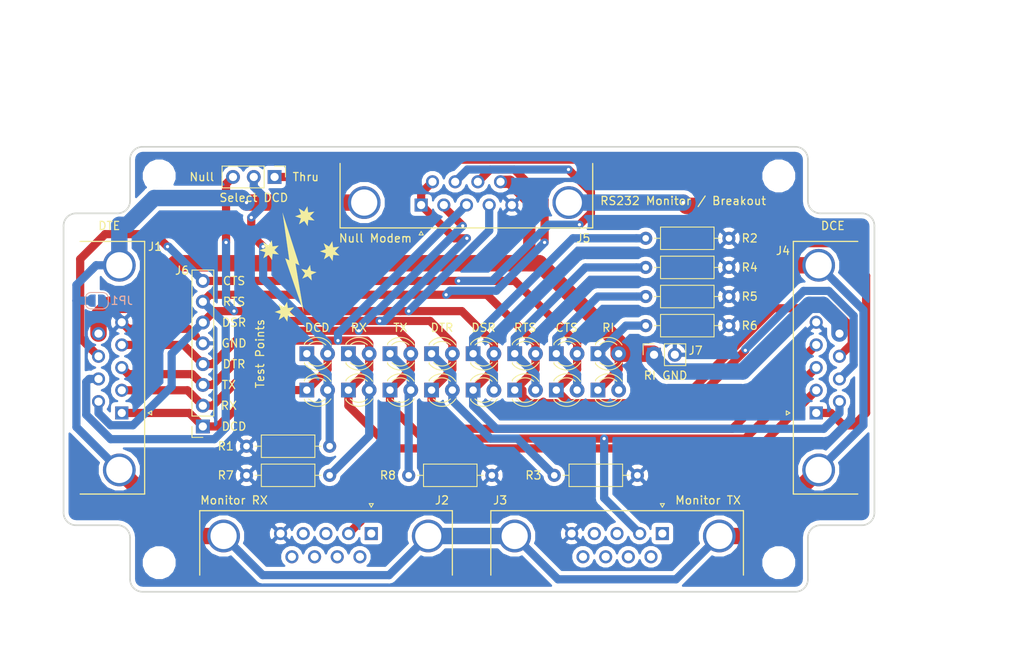
<source format=kicad_pcb>
(kicad_pcb (version 20240108) (generator "pcbnew") (generator_version "8.0")
  (layers (0 "F.Cu" signal) (31 "B.Cu" signal) (34 "B.Paste" user) (35 "F.Paste" user) (36 "B.SilkS" user "B.Silkscreen") (37 "F.SilkS" user "F.Silkscreen") (38 "B.Mask" user) (39 "F.Mask" user) (44 "Edge.Cuts" user))
  (net 0 "")
  (net 1 "GND")
  (net 2 "DCD")
  (net 3 "DSR")
  (net 4 "RTS")
  (net 5 "Net-(D1-Pad1)")
  (net 6 "Net-(D3-Pad1)")
  (net 7 "Net-(D5-Pad1)")
  (net 8 "DTR")
  (net 9 "Net-(D7-Pad1)")
  (net 10 "Net-(D10-Pad2)")
  (net 11 "CTS")
  (net 12 "Net-(D11-Pad1)")
  (net 13 "RI")
  (net 14 "Net-(D13-Pad1)")
  (net 15 "RX")
  (net 16 "Net-(D15-Pad1)")
  (net 17 "TX")
  (net 18 "Net-(J4-Pad1)")
  (net 19 "Earth")
  (footprint "LED_THT:LED_D3.0mm" (layer "F.Cu") (at 92.71 98.425)
    (property "Reference" "D1" (hide yes))
    (property "Value" "RED")
  )
  (footprint "LED_THT:LED_D3.0mm" (layer "F.Cu") (at 92.71 102.87)
    (property "Reference" "D2" (hide yes))
    (property "Value" "GRN")
  )
  (footprint "LED_THT:LED_D3.0mm" (layer "F.Cu") (at 113.03 98.425)
    (property "Reference" "D3" (hide yes))
    (property "Value" "RED")
  )
  (footprint "LED_THT:LED_D3.0mm" (layer "F.Cu") (at 113.03 102.87)
    (property "Reference" "D4" (hide yes))
    (property "Value" "GRN")
  )
  (footprint "LED_THT:LED_D3.0mm" (layer "F.Cu") (at 107.95 98.425)
    (property "Reference" "D5" (hide yes))
    (property "Value" "RED")
  )
  (footprint "LED_THT:LED_D3.0mm" (layer "F.Cu") (at 107.95 102.87)
    (property "Reference" "D6" (hide yes))
    (property "Value" "GRN")
  )
  (footprint "RS232ExtraFootprints:DSUB-9_Female_Horizontal_P2.77x2.84mm_EdgePinOffset4.94mm_Housed_MountingHolesOffset7.48mm" (layer "F.Cu") (at 70.104 105.664 -90)
    (property "Reference" "J1")
    (property "Value" "DB9 Female")
  )
  (footprint "RS232ExtraFootprints:DSUB-9_Female_Horizontal_P2.77x2.84mm_EdgePinOffset4.94mm_Housed_MountingHolesOffset7.48mm" (layer "F.Cu") (at 100.584 120.396)
    (property "Reference" "J2")
    (property "Value" "DB9 Female (Monitor RX)")
  )
  (footprint "RS232ExtraFootprints:DSUB-9_Female_Horizontal_P2.77x2.84mm_EdgePinOffset4.94mm_Housed_MountingHolesOffset7.48mm" (layer "F.Cu") (at 136.144 120.396)
    (property "Reference" "J3")
    (property "Value" "DB9 Female (Monitor TX)")
  )
  (footprint "RS232ExtraFootprints:DSUB-9_Male_Horizontal_P2.77x2.84mm_EdgePinOffset4.94mm_Housed_MountingHolesOffset7.48mm" (layer "F.Cu") (at 154.94 105.664 90)
    (property "Reference" "J4")
    (property "Value" "DB9 Male")
  )
  (footprint "RS232ExtraFootprints:DSUB-9_Female_Horizontal_P2.77x2.84mm_EdgePinOffset4.94mm_Housed_MountingHolesOffset7.48mm" (layer "F.Cu") (at 106.68 80.264 180)
    (property "Reference" "J5")
    (property "Value" "DB9 Female (Null Modem)")
  )
  (footprint "Connector_PinHeader_2.54mm:PinHeader_1x03_P2.54mm_Vertical" (layer "F.Cu") (at 88.773 76.835 -90)
    (property "Reference" "SW1" (hide yes))
    (property "Value" "DCD Modem Type")
  )
  (footprint "LED_THT:LED_D3.0mm" (layer "F.Cu") (at 118.11 98.425)
    (property "Reference" "D7" (hide yes))
    (property "Value" "RED")
  )
  (footprint "LED_THT:LED_D3.0mm" (layer "F.Cu") (at 118.11 102.87)
    (property "Reference" "D8" (hide yes))
    (property "Value" "GRN")
  )
  (footprint "LED_THT:LED_D3.0mm" (layer "F.Cu") (at 123.19 98.425)
    (property "Reference" "D9" (hide yes))
    (property "Value" "RED")
  )
  (footprint "LED_THT:LED_D3.0mm" (layer "F.Cu") (at 123.19 102.87)
    (property "Reference" "D10" (hide yes))
    (property "Value" "GRN")
  )
  (footprint "LED_THT:LED_D3.0mm" (layer "F.Cu") (at 128.27 98.425)
    (property "Reference" "D11" (hide yes))
    (property "Value" "RED")
  )
  (footprint "LED_THT:LED_D3.0mm" (layer "F.Cu") (at 128.27 102.87)
    (property "Reference" "D12" (hide yes))
    (property "Value" "GRN")
  )
  (footprint "LED_THT:LED_D3.0mm" (layer "F.Cu") (at 97.79 98.425)
    (property "Reference" "D13" (hide yes))
    (property "Value" "RED")
  )
  (footprint "LED_THT:LED_D3.0mm" (layer "F.Cu") (at 97.79 102.87)
    (property "Reference" "D14" (hide yes))
    (property "Value" "GRN")
  )
  (footprint "LED_THT:LED_D3.0mm" (layer "F.Cu") (at 102.87 98.425)
    (property "Reference" "D15" (hide yes))
    (property "Value" "RED")
  )
  (footprint "LED_THT:LED_D3.0mm" (layer "F.Cu") (at 102.87 102.87)
    (property "Reference" "D16" (hide yes))
    (property "Value" "GRN")
  )
  (footprint "Connector_PinSocket_2.54mm:PinSocket_1x02_P2.54mm_Vertical" (layer "F.Cu") (at 135.128 98.552 90)
    (property "Reference" "J7")
    (property "Value" "RI Voltage")
  )
  (footprint "Resistor_THT:R_Axial_DIN0207_L6.3mm_D2.5mm_P10.16mm_Horizontal" (layer "F.Cu") (at 85.344 109.728)
    (property "Reference" "R1")
    (property "Value" "1K2")
  )
  (footprint "Resistor_THT:R_Axial_DIN0207_L6.3mm_D2.5mm_P10.16mm_Horizontal" (layer "F.Cu") (at 144.272 84.328 180)
    (property "Reference" "R2")
    (property "Value" "1K2")
  )
  (footprint "Resistor_THT:R_Axial_DIN0207_L6.3mm_D2.5mm_P10.16mm_Horizontal" (layer "F.Cu") (at 133.096 113.284 180)
    (property "Reference" "R3")
    (property "Value" "1K2")
  )
  (footprint "Resistor_THT:R_Axial_DIN0207_L6.3mm_D2.5mm_P10.16mm_Horizontal" (layer "F.Cu") (at 144.272 87.884 180)
    (property "Reference" "R4")
    (property "Value" "1K2")
  )
  (footprint "Resistor_THT:R_Axial_DIN0207_L6.3mm_D2.5mm_P10.16mm_Horizontal" (layer "F.Cu") (at 144.272 91.44 180)
    (property "Reference" "R5")
    (property "Value" "1K2")
  )
  (footprint "Resistor_THT:R_Axial_DIN0207_L6.3mm_D2.5mm_P10.16mm_Horizontal" (layer "F.Cu") (at 144.272 94.996 180)
    (property "Reference" "R6")
    (property "Value" "1K2")
  )
  (footprint "Resistor_THT:R_Axial_DIN0207_L6.3mm_D2.5mm_P10.16mm_Horizontal" (layer "F.Cu") (at 115.316 113.284 180)
    (property "Reference" "R8")
    (property "Value" "1K2")
  )
  (footprint "Resistor_THT:R_Axial_DIN0207_L6.3mm_D2.5mm_P10.16mm_Horizontal" (layer "F.Cu") (at 85.344 113.284)
    (property "Reference" "R7")
    (property "Value" "1K2")
  )
  (footprint "MountingHole:MountingHole_3mm" (layer "F.Cu") (at 74.676 76.708)
    (property "Reference" "H1" (hide yes))
    (property "Value" "3mm" (hide yes))
  )
  (footprint "MountingHole:MountingHole_3mm" (layer "F.Cu") (at 150.368 76.708)
    (property "Reference" "H2" (hide yes))
    (property "Value" "3mm" (hide yes))
  )
  (footprint "MountingHole:MountingHole_3mm" (layer "F.Cu") (at 150.368 123.952)
    (property "Reference" "H3" (hide yes))
    (property "Value" "3mm" (hide yes))
  )
  (footprint "MountingHole:MountingHole_3mm" (layer "F.Cu") (at 74.676 123.952)
    (property "Reference" "H4" (hide yes))
    (property "Value" "3mm" (hide yes))
  )
  (footprint "Connector_PinSocket_2.54mm:PinSocket_1x08_P2.54mm_Vertical" (layer "F.Cu") (at 80.01 107.315 180)
    (property "Reference" "J6")
    (property "Value" "Test Points")
  )
  (footprint "RS232ExtraFootprints:Logo_Southern_Storm" (layer "F.Cu") (at 91.44 78.74)
    (property "Reference" "LOGO1" (hide yes))
    (property "Value" "Southern_Storm_Logo" (hide yes))
  )
  (footprint "Jumper:SolderJumper-2_P1.3mm_Open_RoundedPad1.0x1.5mm" (layer "B.Cu") (at 67.056 91.948)
    (property "Reference" "JP1")
    (property "Value" "Connect GNDs")
  )
  (gr_arc (start 160.528 81.28) (mid 161.605631 81.726369) (end 162.052 82.804) (stroke (width 0.2)) (layer "Edge.Cuts"))
  (gr_arc (start 155.448 81.28) (mid 154.370369 80.833631) (end 153.924 79.756) (stroke (width 0.2)) (layer "Edge.Cuts"))
  (gr_arc (start 153.924 120.904) (mid 154.370369 119.826369) (end 155.448 119.38) (stroke (width 0.2)) (layer "Edge.Cuts"))
  (gr_arc (start 153.924 125.984) (mid 153.477631 127.061631) (end 152.4 127.508) (stroke (width 0.2)) (layer "Edge.Cuts"))
  (gr_arc (start 162.052 117.856) (mid 161.605631 118.933631) (end 160.528 119.38) (stroke (width 0.2)) (layer "Edge.Cuts"))
  (gr_arc (start 69.596 119.38) (mid 70.673631 119.826369) (end 71.12 120.904) (stroke (width 0.2)) (layer "Edge.Cuts"))
  (gr_arc (start 72.644 127.508) (mid 71.566369 127.061631) (end 71.12 125.984) (stroke (width 0.2)) (layer "Edge.Cuts"))
  (gr_arc (start 64.516 119.38) (mid 63.438369 118.933631) (end 62.992 117.856) (stroke (width 0.2)) (layer "Edge.Cuts"))
  (gr_arc (start 62.992 82.804) (mid 63.438369 81.726369) (end 64.516 81.28) (stroke (width 0.2)) (layer "Edge.Cuts"))
  (gr_arc (start 71.12 74.676) (mid 71.566369 73.598369) (end 72.644 73.152) (stroke (width 0.2)) (layer "Edge.Cuts"))
  (gr_line (start 71.12 125.984) (end 71.12 120.904) (stroke (width 0.2)) (layer "Edge.Cuts"))
  (gr_line (start 62.992 117.856) (end 62.992 82.804) (stroke (width 0.2)) (layer "Edge.Cuts"))
  (gr_arc (start 152.4 73.152) (mid 153.477631 73.598369) (end 153.924 74.676) (stroke (width 0.2)) (layer "Edge.Cuts"))
  (gr_line (start 152.4 127.508) (end 72.644 127.508) (stroke (width 0.2)) (layer "Edge.Cuts"))
  (gr_line (start 71.12 79.756) (end 71.12 74.676) (stroke (width 0.2)) (layer "Edge.Cuts"))
  (gr_line (start 160.528 119.38) (end 155.448 119.38) (stroke (width 0.2)) (layer "Edge.Cuts"))
  (gr_line (start 162.052 82.804) (end 162.052 117.856) (stroke (width 0.2)) (layer "Edge.Cuts"))
  (gr_arc (start 71.12 79.756) (mid 70.673631 80.833631) (end 69.596 81.28) (stroke (width 0.2)) (layer "Edge.Cuts"))
  (gr_line (start 155.448 81.28) (end 160.528 81.28) (stroke (width 0.2)) (layer "Edge.Cuts"))
  (gr_line (start 64.516 81.28) (end 69.596 81.28) (stroke (width 0.2)) (layer "Edge.Cuts"))
  (gr_line (start 72.644 73.152) (end 152.4 73.152) (stroke (width 0.2)) (layer "Edge.Cuts"))
  (gr_line (start 69.596 119.38) (end 64.516 119.38) (stroke (width 0.2)) (layer "Edge.Cuts"))
  (gr_line (start 153.924 74.676) (end 153.924 79.756) (stroke (width 0.2)) (layer "Edge.Cuts"))
  (gr_line (start 153.924 120.904) (end 153.924 125.984) (stroke (width 0.2)) (layer "Edge.Cuts"))
  (gr_text "DCE" (at 156.972 82.804 0) (layer "F.SilkS") (effects (font (size 1 1))))
  (gr_text "Thru" (at 92.583 76.835 0) (layer "F.SilkS") (effects (font (size 1 1))))
  (gr_text "RS232 Monitor / Breakout" (at 138.684 79.756 0) (layer "F.SilkS") (effects (font (size 1 1))))
  (gr_text "RX" (at 99.06 95.25 0) (layer "F.SilkS") (effects (font (size 1 1))))
  (gr_text "TX" (at 104.14 95.25 0) (layer "F.SilkS") (effects (font (size 1 1))))
  (gr_text "DTR" (at 109.22 95.25 0) (layer "F.SilkS") (effects (font (size 1 1))))
  (gr_text "DSR" (at 114.3 95.25 0) (layer "F.SilkS") (effects (font (size 1 1))))
  (gr_text "RTS" (at 119.38 95.25 0) (layer "F.SilkS") (effects (font (size 1 1))))
  (gr_text "CTS" (at 124.46 95.25 0) (layer "F.SilkS") (effects (font (size 1 1))))
  (gr_text "RI" (at 129.54 95.25 0) (layer "F.SilkS") (effects (font (size 1 1))))
  (gr_text "DCD" (at 83.82 107.315 0) (layer "F.SilkS") (effects (font (size 1 1))))
  (gr_text "RX" (at 83.185 104.775 0) (layer "F.SilkS") (effects (font (size 1 1))))
  (gr_text "TX" (at 83.185 102.235 0) (layer "F.SilkS") (effects (font (size 1 1))))
  (gr_text "DTR" (at 83.82 99.695 0) (layer "F.SilkS") (effects (font (size 1 1))))
  (gr_text "DSR" (at 83.82 94.615 0) (layer "F.SilkS") (effects (font (size 1 1))))
  (gr_text "RTS" (at 83.82 92.075 0) (layer "F.SilkS") (effects (font (size 1 1))))
  (gr_text "CTS" (at 83.82 89.535 0) (layer "F.SilkS") (effects (font (size 1 1))))
  (gr_text "GND" (at 83.82 97.155 0) (layer "F.SilkS") (effects (font (size 1 1))))
  (gr_text "RI" (at 134.62 101.092 0) (layer "F.SilkS") (effects (font (size 1 1))))
  (gr_text "GND" (at 137.668 101.092 0) (layer "F.SilkS") (effects (font (size 1 1))))
  (gr_text "Null" (at 79.883 76.835 0) (layer "F.SilkS") (effects (font (size 1 1))))
  (gr_text "Monitor RX" (at 83.82 116.332 0) (layer "F.SilkS") (effects (font (size 1 1))))
  (gr_text "Monitor TX" (at 141.732 116.332 0) (layer "F.SilkS") (effects (font (size 1 1))))
  (gr_text "Null Modem" (at 101.092 84.328 0) (layer "F.SilkS") (effects (font (size 1 1))))
  (gr_text "Select DCD" (at 86.233 79.375 0) (layer "F.SilkS") (effects (font (size 1 1))))
  (gr_text "DTE" (at 68.58 82.804 0) (layer "F.SilkS") (effects (font (size 1 1))))
  (gr_text "DCD" (at 93.98 95.25 0) (layer "F.SilkS") (effects (font (size 1 1))))
  (segment (start 70.104 94.584) (end 70.903999 95.383999) (width 1) (layer "F.Cu") (net 1))
  (segment (start 70.903999 95.383999) (end 78.238999 95.383999) (width 1) (layer "F.Cu") (net 1))
  (segment (start 78.238999 95.383999) (end 79.160001 96.305001) (width 1) (layer "F.Cu") (net 1))
  (segment (start 70.104 94.346) (end 67.706 91.948) (width 1) (layer "B.Cu") (net 1))
  (segment (start 70.104 94.584) (end 70.104 94.346) (width 1) (layer "B.Cu") (net 1))
  (segment (start 86.305 102.87) (end 92.71 102.87) (width 1) (layer "F.Cu") (net 2))
  (segment (start 70.104 105.664) (end 78.359 105.664) (width 1) (layer "F.Cu") (net 2))
  (segment (start 80.01 107.315) (end 81.86 107.315) (width 1) (layer "F.Cu") (net 2))
  (segment (start 81.86 107.315) (end 86.305 102.87) (width 1) (layer "F.Cu") (net 2))
  (segment (start 78.359 105.664) (end 80.01 107.315) (width 1) (layer "F.Cu") (net 2))
  (segment (start 95.25 100.33) (end 95.25 98.425) (width 1) (layer "F.Cu") (net 2))
  (segment (start 85.924176 83.892176) (end 87.376 85.344) (width 1) (layer "F.Cu") (net 2))
  (segment (start 92.71 102.87) (end 95.25 100.33) (width 1) (layer "F.Cu") (net 2))
  (segment (start 85.924176 81.788) (end 85.924176 83.892176) (width 1) (layer "F.Cu") (net 2))
  (via (at 85.924176 81.788) (size 0.8) (drill 0.4) (layers "F.Cu" "B.Cu") (net 2))
  (via (at 87.376 85.344) (size 0.8) (drill 0.4) (layers "F.Cu" "B.Cu") (net 2))
  (segment (start 95.25 97.152208) (end 95.25 98.425) (width 1) (layer "B.Cu") (net 2))
  (segment (start 87.376 80.336176) (end 85.924176 81.788) (width 1) (layer "B.Cu") (net 2))
  (segment (start 87.376 79.180081) (end 87.376 80.336176) (width 1) (layer "B.Cu") (net 2))
  (segment (start 87.376 89.278208) (end 95.25 97.152208) (width 1) (layer "B.Cu") (net 2))
  (segment (start 87.376 89.278208) (end 87.376 85.344) (width 1) (layer "B.Cu") (net 2))
  (segment (start 86.233 76.835) (end 86.233 78.037081) (width 1) (layer "B.Cu") (net 2))
  (segment (start 86.233 78.037081) (end 87.376 79.180081) (width 1) (layer "B.Cu") (net 2))
  (segment (start 104.14 93.224969) (end 105.156 93.224969) (width 1) (layer "F.Cu") (net 3))
  (segment (start 105.156 93.224969) (end 111.642761 93.224969) (width 1) (layer "F.Cu") (net 3))
  (segment (start 84.328 93.224969) (end 104.14 93.224969) (width 1) (layer "F.Cu") (net 3))
  (segment (start 83.82 93.224969) (end 84.328 93.224969) (width 1) (layer "F.Cu") (net 3))
  (segment (start 115.57 100.33) (end 113.03 102.87) (width 1) (layer "F.Cu") (net 3))
  (segment (start 111.642761 93.224969) (end 115.57 97.152208) (width 1) (layer "F.Cu") (net 3))
  (segment (start 80.01 94.615) (end 81.400031 93.224969) (width 1) (layer "F.Cu") (net 3))
  (segment (start 115.57 98.425) (end 115.57 100.33) (width 1) (layer "F.Cu") (net 3))
  (segment (start 82.843001 84.836) (end 82.843001 77.684999) (width 1) (layer "F.Cu") (net 3))
  (segment (start 82.843001 77.684999) (end 83.693 76.835) (width 1) (layer "F.Cu") (net 3))
  (segment (start 81.400031 93.224969) (end 83.82 93.224969) (width 1) (layer "F.Cu") (net 3))
  (segment (start 115.57 97.152208) (end 115.57 98.425) (width 1) (layer "F.Cu") (net 3))
  (via (at 82.843001 84.836) (size 0.8) (drill 0.4) (layers "F.Cu" "B.Cu") (net 3))
  (via (at 105.156 93.224969) (size 0.8) (drill 0.4) (layers "F.Cu" "B.Cu") (net 3))
  (via (at 83.82 93.224969) (size 0.8) (drill 0.4) (layers "F.Cu" "B.Cu") (net 3))
  (segment (start 82.843001 84.836) (end 82.843001 92.24797) (width 1) (layer "B.Cu") (net 3))
  (segment (start 67.264 104.279) (end 67.264 105.684002) (width 1) (layer "B.Cu") (net 3))
  (segment (start 114.99 83.390969) (end 114.99 80.264) (width 1) (layer "B.Cu") (net 3))
  (segment (start 115.855001 107.595001) (end 155.869001 107.595001) (width 1) (layer "B.Cu") (net 3))
  (segment (start 76.2 98.425) (end 80.01 94.615) (width 1) (layer "B.Cu") (net 3))
  (segment (start 157.78 105.684002) (end 157.78 105.41037) (width 1) (layer "B.Cu") (net 3))
  (segment (start 68.743999 107.164001) (end 71.464001 107.164001) (width 1) (layer "B.Cu") (net 3))
  (segment (start 82.843001 92.24797) (end 83.420001 92.82497) (width 1) (layer "B.Cu") (net 3))
  (segment (start 113.03 102.87) (end 113.03 104.77) (width 1) (layer "B.Cu") (net 3))
  (segment (start 155.869001 107.595001) (end 157.78 105.684002) (width 1) (layer "B.Cu") (net 3))
  (segment (start 113.03 104.77) (end 115.855001 107.595001) (width 1) (layer "B.Cu") (net 3))
  (segment (start 83.420001 92.82497) (end 83.82 93.224969) (width 1) (layer "B.Cu") (net 3))
  (segment (start 71.464001 107.164001) (end 76.2 102.428002) (width 1) (layer "B.Cu") (net 3))
  (segment (start 157.78 105.41037) (end 157.78 104.279) (width 1) (layer "B.Cu") (net 3))
  (segment (start 67.264 105.684002) (end 68.743999 107.164001) (width 1) (layer "B.Cu") (net 3))
  (segment (start 105.156 93.224969) (end 114.99 83.390969) (width 1) (layer "B.Cu") (net 3))
  (segment (start 76.2 102.428002) (end 76.2 98.425) (width 1) (layer "B.Cu") (net 3))
  (segment (start 107.188 91.225001) (end 114.722793 91.225001) (width 1) (layer "F.Cu") (net 4))
  (segment (start 138.631231 105.670011) (end 146.280621 98.020621) (width 1) (layer "F.Cu") (net 4))
  (segment (start 119.881999 104.470001) (end 121.418001 104.470001) (width 1) (layer "F.Cu") (net 4))
  (segment (start 121.589999 104.298003) (end 121.589999 104.330001) (width 1) (layer "F.Cu") (net 4))
  (segment (start 80.859999 91.225001) (end 107.188 91.225001) (width 1) (layer "F.Cu") (net 4))
  (segment (start 121.589999 104.330001) (end 121.729999 104.470001) (width 1) (layer "F.Cu") (net 4))
  (segment (start 80.01 92.075) (end 80.859999 91.225001) (width 1) (layer "F.Cu") (net 4))
  (segment (start 113.605 77.424) (end 115.105001 75.923999) (width 1) (layer "F.Cu") (net 4))
  (segment (start 121.729999 104.470001) (end 123.092931 104.470001) (width 1) (layer "F.Cu") (net 4))
  (segment (start 120.65 100.33) (end 118.11 102.87) (width 1) (layer "F.Cu") (net 4))
  (segment (start 121.418001 104.470001) (end 121.589999 104.298003) (width 1) (layer "F.Cu") (net 4))
  (segment (start 121.75814 80.587138) (end 121.75814 84.836) (width 1) (layer "F.Cu") (net 4))
  (segment (start 115.105001 75.923999) (end 118.060623 75.923999) (width 1) (layer "F.Cu") (net 4))
  (segment (start 121.75814 79.621516) (end 121.75814 80.587138) (width 1) (layer "F.Cu") (net 4))
  (segment (start 119.049999 103.638001) (end 119.881999 104.470001) (width 1) (layer "F.Cu") (net 4))
  (segment (start 120.65 98.425) (end 120.65 100.33) (width 1) (layer "F.Cu") (net 4))
  (segment (start 118.060623 75.923999) (end 121.75814 79.621516) (width 1) (layer "F.Cu") (net 4))
  (segment (start 118.11 102.87) (end 119.049999 102.87) (width 1) (layer "F.Cu") (net 4))
  (segment (start 114.722793 91.225001) (end 120.65 97.152208) (width 1) (layer "F.Cu") (net 4))
  (segment (start 120.65 97.152208) (end 120.65 98.425) (width 1) (layer "F.Cu") (net 4))
  (segment (start 123.092931 104.470001) (end 124.292941 105.670011) (width 1) (layer "F.Cu") (net 4))
  (segment (start 119.049999 102.87) (end 119.049999 103.638001) (width 1) (layer "F.Cu") (net 4))
  (segment (start 124.292941 105.670011) (end 138.631231 105.670011) (width 1) (layer "F.Cu") (net 4))
  (via (at 109.728 91.225001) (size 0.8) (drill 0.4) (layers "F.Cu" "B.Cu") (net 4))
  (via (at 146.280621 98.020621) (size 0.8) (drill 0.4) (layers "F.Cu" "B.Cu") (net 4))
  (via (at 121.75814 84.836) (size 0.8) (drill 0.4) (layers "F.Cu" "B.Cu") (net 4))
  (segment (start 82.804 107.481002) (end 82.804 94.869) (width 1) (layer "B.Cu") (net 4))
  (segment (start 146.280621 97.8792) (end 146.280621 97.879201) (width 1) (layer "B.Cu") (net 4))
  (segment (start 67.264 101.509) (end 66.13263 101.509) (width 1) (layer "B.Cu") (net 4))
  (segment (start 156.476169 90.75599) (end 153.403831 90.75599) (width 1) (layer "B.Cu") (net 4))
  (segment (start 115.85913 90.73501) (end 121.75814 84.836) (width 1) (layer "B.Cu") (net 4))
  (segment (start 159.512 93.791822) (end 156.476169 90.75599) (width 1) (layer "B.Cu") (net 4))
  (segment (start 68.747929 108.865001) (end 81.420001 108.865001) (width 1) (layer "B.Cu") (net 4))
  (segment (start 65.763999 105.881071) (end 68.747929 108.865001) (width 1) (layer "B.Cu") (net 4))
  (segment (start 65.763999 101.877631) (end 65.763999 105.881071) (width 1) (layer "B.Cu") (net 4))
  (segment (start 82.804 94.869) (end 80.01 92.075) (width 1) (layer "B.Cu") (net 4))
  (segment (start 153.403831 90.75599) (end 146.280621 97.8792) (width 1) (layer "B.Cu") (net 4))
  (segment (start 109.728 91.225001) (end 110.217991 90.73501) (width 1) (layer "B.Cu") (net 4))
  (segment (start 81.420001 108.865001) (end 82.804 107.481002) (width 1) (layer "B.Cu") (net 4))
  (segment (start 110.217991 90.73501) (end 115.85913 90.73501) (width 1) (layer "B.Cu") (net 4))
  (segment (start 157.78 101.509) (end 159.512 99.777) (width 1) (layer "B.Cu") (net 4))
  (segment (start 66.13263 101.509) (end 65.763999 101.877631) (width 1) (layer "B.Cu") (net 4))
  (segment (start 159.512 99.777) (end 159.512 93.791822) (width 1) (layer "B.Cu") (net 4))
  (segment (start 95.25 100.965) (end 92.71 98.425) (width 1) (layer "B.Cu") (net 5))
  (segment (start 95.25 102.87) (end 95.25 100.965) (width 1) (layer "B.Cu") (net 5))
  (segment (start 95.504 103.124) (end 95.25 102.87) (width 1) (layer "B.Cu") (net 5))
  (segment (start 95.504 109.728) (end 95.504 103.124) (width 1) (layer "B.Cu") (net 5))
  (segment (start 113.03 98.425) (end 113.03 96.525) (width 1) (layer "B.Cu") (net 6))
  (segment (start 115.57 102.87) (end 115.57 100.965) (width 1) (layer "B.Cu") (net 6))
  (segment (start 115.57 100.965) (end 113.03 98.425) (width 1) (layer "B.Cu") (net 6))
  (segment (start 132.98063 84.328) (end 134.112 84.328) (width 1) (layer "B.Cu") (net 6))
  (segment (start 113.03 96.525) (end 125.227 84.328) (width 1) (layer "B.Cu") (net 6))
  (segment (start 125.227 84.328) (end 132.98063 84.328) (width 1) (layer "B.Cu") (net 6))
  (segment (start 110.49 100.965) (end 107.95 98.425) (width 1) (layer "B.Cu") (net 7))
  (segment (start 110.49 102.87) (end 110.49 100.965) (width 1) (layer "B.Cu") (net 7))
  (segment (start 118.447011 108.795011) (end 115.142219 108.795011) (width 1) (layer "B.Cu") (net 7))
  (segment (start 122.936 113.284) (end 118.447011 108.795011) (width 1) (layer "B.Cu") (net 7))
  (segment (start 110.49 104.142792) (end 110.49 102.87) (width 1) (layer "B.Cu") (net 7))
  (segment (start 115.142219 108.795011) (end 110.49 104.142792) (width 1) (layer "B.Cu") (net 7))
  (segment (start 101.6 94.424979) (end 107.762771 94.424979) (width 1) (layer "F.Cu") (net 8))
  (segment (start 144.698999 107.595001) (end 154.140001 98.153999) (width 1) (layer "F.Cu") (net 8))
  (segment (start 80.01 99.695) (end 81.212081 99.695) (width 1) (layer "F.Cu") (net 8))
  (segment (start 110.775001 107.595001) (end 144.698999 107.595001) (width 1) (layer "F.Cu") (net 8))
  (segment (start 107.95 102.87) (end 107.95 104.77) (width 1) (layer "F.Cu") (net 8))
  (segment (start 106.68 78.809) (end 108.065 77.424) (width 1) (layer "F.Cu") (net 8))
  (segment (start 110.744 84.328) (end 106.68 80.264) (width 1) (layer "F.Cu") (net 8))
  (segment (start 70.104 97.354) (end 77.669 97.354) (width 1) (layer "F.Cu") (net 8))
  (segment (start 154.140001 98.153999) (end 154.94 97.354) (width 1) (layer "F.Cu") (net 8))
  (segment (start 77.669 97.354) (end 80.01 99.695) (width 1) (layer "F.Cu") (net 8))
  (segment (start 107.762771 94.424979) (end 110.49 97.152208) (width 1) (layer "F.Cu") (net 8))
  (segment (start 106.68 80.264) (end 106.68 78.809) (width 1) (layer "F.Cu") (net 8))
  (segment (start 110.49 100.33) (end 107.95 102.87) (width 1) (layer "F.Cu") (net 8))
  (segment (start 110.49 97.152208) (end 110.49 98.425) (width 1) (layer "F.Cu") (net 8))
  (segment (start 110.49 98.425) (end 110.49 100.33) (width 1) (layer "F.Cu") (net 8))
  (segment (start 86.482102 94.424979) (end 101.6 94.424979) (width 1) (layer "F.Cu") (net 8))
  (segment (start 107.95 104.77) (end 110.775001 107.595001) (width 1) (layer "F.Cu") (net 8))
  (segment (start 81.212081 99.695) (end 86.482102 94.424979) (width 1) (layer "F.Cu") (net 8))
  (segment (start 112.268 84.328) (end 110.744 84.328) (width 1) (layer "F.Cu") (net 8))
  (via (at 112.268 84.328) (size 0.8) (drill 0.4) (layers "F.Cu" "B.Cu") (net 8))
  (via (at 101.6 94.424979) (size 0.8) (drill 0.4) (layers "F.Cu" "B.Cu") (net 8))
  (segment (start 102.171021 94.424979) (end 112.268 84.328) (width 1) (layer "B.Cu") (net 8))
  (segment (start 101.6 94.424979) (end 102.171021 94.424979) (width 1) (layer "B.Cu") (net 8))
  (segment (start 126.751 87.884) (end 132.98063 87.884) (width 1) (layer "B.Cu") (net 9))
  (segment (start 120.65 102.87) (end 120.65 100.965) (width 1) (layer "B.Cu") (net 9))
  (segment (start 120.65 100.965) (end 118.11 98.425) (width 1) (layer "B.Cu") (net 9))
  (segment (start 118.11 96.525) (end 126.751 87.884) (width 1) (layer "B.Cu") (net 9))
  (segment (start 132.98063 87.884) (end 134.112 87.884) (width 1) (layer "B.Cu") (net 9))
  (segment (start 118.11 98.425) (end 118.11 96.525) (width 1) (layer "B.Cu") (net 9))
  (segment (start 123.19 98.425) (end 123.19 96.525) (width 1) (layer "B.Cu") (net 10))
  (segment (start 125.73 102.87) (end 125.73 100.965) (width 1) (layer "B.Cu") (net 10))
  (segment (start 132.98063 91.44) (end 134.112 91.44) (width 1) (layer "B.Cu") (net 10))
  (segment (start 125.73 100.965) (end 123.19 98.425) (width 1) (layer "B.Cu") (net 10))
  (segment (start 128.275 91.44) (end 132.98063 91.44) (width 1) (layer "B.Cu") (net 10))
  (segment (start 123.19 96.525) (end 128.275 91.44) (width 1) (layer "B.Cu") (net 10))
  (segment (start 109.728 89.535) (end 111.252 89.535) (width 1) (layer "F.Cu") (net 11))
  (segment (start 111.252 89.535) (end 118.112792 89.535) (width 1) (layer "F.Cu") (net 11))
  (segment (start 158.579999 97.939001) (end 157.78 98.739) (width 1) (layer "F.Cu") (net 11))
  (segment (start 74.168 83.82) (end 75.692 85.344) (width 1) (layer "F.Cu") (net 11))
  (segment (start 149.732173 92.871998) (end 156.903 92.871998) (width 1) (layer "F.Cu") (net 11))
  (segment (start 125.73 98.425) (end 125.73 100.33) (width 1) (layer "F.Cu") (net 11))
  (segment (start 67.264 98.739) (end 65.024 96.499) (width 1) (layer "F.Cu") (net 11))
  (segment (start 123.19 102.87) (end 124.79 104.47) (width 1) (layer "F.Cu") (net 11))
  (segment (start 156.903 92.871998) (end 159.280001 95.248999) (width 1) (layer "F.Cu") (net 11))
  (segment (start 80.01 89.535) (end 109.728 89.535) (width 1) (layer "F.Cu") (net 11))
  (segment (start 124.676001 75.923999) (end 127.420001 78.667999) (width 1) (layer "F.Cu") (net 11))
  (segment (start 126.416 82.264002) (end 126.016001 82.664001) (width 1) (layer "F.Cu") (net 11))
  (segment (start 124.79 104.47) (end 138.134171 104.47) (width 1) (layer "F.Cu") (net 11))
  (segment (start 127.420001 78.667999) (end 127.420001 81.260001) (width 1) (layer "F.Cu") (net 11))
  (segment (start 68.072 83.82) (end 74.168 83.82) (width 1) (layer "F.Cu") (net 11))
  (segment (start 138.134171 104.47) (end 149.732173 92.871998) (width 1) (layer "F.Cu") (net 11))
  (segment (start 118.112792 89.535) (end 125.73 97.152208) (width 1) (layer "F.Cu") (net 11))
  (segment (start 65.024 86.868) (end 68.072 83.82) (width 1) (layer "F.Cu") (net 11))
  (segment (start 65.024 96.499) (end 65.024 86.868) (width 1) (layer "F.Cu") (net 11))
  (segment (start 159.280001 97.238999) (end 158.579999 97.939001) (width 1) (layer "F.Cu") (net 11))
  (segment (start 125.73 97.152208) (end 125.73 98.425) (width 1) (layer "F.Cu") (net 11))
  (segment (start 125.73 100.33) (end 123.19 102.87) (width 1) (layer "F.Cu") (net 11))
  (segment (start 159.280001 95.248999) (end 159.280001 97.238999) (width 1) (layer "F.Cu") (net 11))
  (segment (start 127.420001 81.260001) (end 126.416 82.264002) (width 1) (layer "F.Cu") (net 11))
  (via (at 124.676001 75.923999) (size 0.8) (drill 0.4) (layers "F.Cu" "B.Cu") (net 11))
  (via (at 75.692 85.344) (size 0.8) (drill 0.4) (layers "F.Cu" "B.Cu") (net 11))
  (via (at 126.016001 82.664001) (size 0.8) (drill 0.4) (layers "F.Cu" "B.Cu") (net 11))
  (via (at 111.252 89.535) (size 0.8) (drill 0.4) (layers "F.Cu" "B.Cu") (net 11))
  (segment (start 124.676001 75.923999) (end 112.335001 75.923999) (width 1) (layer "B.Cu") (net 11))
  (segment (start 111.634999 76.624001) (end 110.835 77.424) (width 1) (layer "B.Cu") (net 11))
  (segment (start 75.692 85.344) (end 75.819 85.344) (width 1) (layer "B.Cu") (net 11))
  (segment (start 115.36207 89.535) (end 122.233069 82.664001) (width 1) (layer "B.Cu") (net 11))
  (segment (start 75.819 85.344) (end 80.01 89.535) (width 1) (layer "B.Cu") (net 11))
  (segment (start 122.233069 82.664001) (end 126.016001 82.664001) (width 1) (layer "B.Cu") (net 11))
  (segment (start 111.252 89.535) (end 115.36207 89.535) (width 1) (layer "B.Cu") (net 11))
  (segment (start 112.335001 75.923999) (end 111.634999 76.624001) (width 1) (layer "B.Cu") (net 11))
  (segment (start 130.81 102.87) (end 130.81 100.965) (width 1) (layer "B.Cu") (net 12))
  (segment (start 130.81 100.965) (end 128.27 98.425) (width 1) (layer "B.Cu") (net 12))
  (segment (start 131.699 94.996) (end 134.112 94.996) (width 1) (layer "B.Cu") (net 12))
  (segment (start 128.27 98.425) (end 131.699 94.996) (width 1) (layer "B.Cu") (net 12))
  (segment (start 68.58 92.456) (end 71.628 92.456) (width 2) (layer "F.Cu") (net 13))
  (segment (start 119.260001 86.987999) (end 118.872 87.376) (width 1) (layer "F.Cu") (net 13))
  (segment (start 130.81 100.33) (end 128.27 102.87) (width 1) (layer "F.Cu") (net 13))
  (segment (start 118.872 87.376) (end 119.888 87.376) (width 2) (layer "F.Cu") (net 13))
  (segment (start 119.888 87.376) (end 121.102 87.376) (width 2) (layer "F.Cu") (net 13))
  (segment (start 116.375 77.424) (end 117.510002 77.424) (width 1.5) (layer "F.Cu") (net 13))
  (segment (start 67.264 93.772) (end 68.58 92.456) (width 2) (layer "F.Cu") (net 13))
  (segment (start 76.708 87.376) (end 118.872 87.376) (width 2) (layer "F.Cu") (net 13))
  (segment (start 71.628 92.456) (end 76.708 87.376) (width 2) (layer "F.Cu") (net 13))
  (segment (start 130.81 98.425) (end 135.001 98.425) (width 2) (layer "F.Cu") (net 13))
  (segment (start 119.888 79.801998) (end 119.888 87.376) (width 1.5) (layer "F.Cu") (net 13))
  (segment (start 130.81 98.425) (end 130.81 100.33) (width 1) (layer "F.Cu") (net 13))
  (segment (start 121.102 87.376) (end 130.81 97.084) (width 2) (layer "F.Cu") (net 13))
  (segment (start 130.81 97.084) (end 130.81 97.152208) (width 2) (layer "F.Cu") (net 13))
  (segment (start 130.81 97.152208) (end 130.81 98.425) (width 2) (layer "F.Cu") (net 13))
  (segment (start 67.264 95.969) (end 67.264 93.772) (width 2) (layer "F.Cu") (net 13))
  (segment (start 135.001 98.425) (end 135.128 98.552) (width 2) (layer "F.Cu") (net 13))
  (segment (start 117.510002 77.424) (end 119.888 79.801998) (width 1.5) (layer "F.Cu") (net 13))
  (segment (start 135.128 99.046002) (end 136.683999 100.602001) (width 2) (layer "B.Cu") (net 13))
  (segment (start 154.107998 92.456) (end 155.772002 92.456) (width 2) (layer "B.Cu") (net 13))
  (segment (start 157.78 94.83763) (end 157.78 95.969) (width 2) (layer "B.Cu") (net 13))
  (segment (start 155.772002 92.456) (end 157.78 94.463998) (width 2) (layer "B.Cu") (net 13))
  (segment (start 157.78 94.463998) (end 157.78 94.83763) (width 2) (layer "B.Cu") (net 13))
  (segment (start 136.683999 100.602001) (end 145.961997 100.602001) (width 2) (layer "B.Cu") (net 13))
  (segment (start 145.961997 100.602001) (end 154.107998 92.456) (width 2) (layer "B.Cu") (net 13))
  (segment (start 135.128 98.552) (end 135.128 99.046002) (width 2) (layer "B.Cu") (net 13))
  (segment (start 97.79 98.425) (end 100.33 100.965) (width 1) (layer "B.Cu") (net 14))
  (segment (start 95.504 113.284) (end 100.33 108.458) (width 1) (layer "B.Cu") (net 14))
  (segment (start 100.33 108.458) (end 100.33 104.142792) (width 1) (layer "B.Cu") (net 14))
  (segment (start 100.33 104.142792) (end 100.33 102.87) (width 1) (layer "B.Cu") (net 14))
  (segment (start 100.33 100.965) (end 100.33 102.87) (width 1) (layer "B.Cu") (net 14))
  (segment (start 96.52 96.824999) (end 100.002791 96.824999) (width 1) (layer "F.Cu") (net 15))
  (segment (start 80.01 104.775) (end 81.212081 104.775) (width 1) (layer "F.Cu") (net 15))
  (segment (start 97.79 102.87) (end 97.79 104.77) (width 1) (layer "F.Cu") (net 15))
  (segment (start 100.002791 96.824999) (end 100.33 97.152208) (width 1) (layer "F.Cu") (net 15))
  (segment (start 103.015021 109.995021) (end 147.838979 109.995021) (width 1) (layer "F.Cu") (net 15))
  (segment (start 154.140001 103.693999) (end 154.94 102.894) (width 1) (layer "F.Cu") (net 15))
  (segment (start 100.33 98.425) (end 100.33 100.33) (width 1) (layer "F.Cu") (net 15))
  (segment (start 81.212081 104.775) (end 89.162082 96.824999) (width 1) (layer "F.Cu") (net 15))
  (segment (start 147.838979 109.995021) (end 154.140001 103.693999) (width 1) (layer "F.Cu") (net 15))
  (segment (start 70.104 102.894) (end 78.129 102.894) (width 1) (layer "F.Cu") (net 15))
  (segment (start 78.129 102.894) (end 80.01 104.775) (width 1) (layer "F.Cu") (net 15))
  (segment (start 97.79 104.77) (end 103.015021 109.995021) (width 1) (layer "F.Cu") (net 15))
  (segment (start 89.162082 96.824999) (end 96.52 96.824999) (width 1) (layer "F.Cu") (net 15))
  (segment (start 97.814 120.396) (end 99.290001 118.919999) (width 1) (layer "F.Cu") (net 15))
  (segment (start 100.33 100.33) (end 97.79 102.87) (width 1) (layer "F.Cu") (net 15))
  (segment (start 99.290001 118.919999) (end 99.290001 113.720041) (width 1) (layer "F.Cu") (net 15))
  (segment (start 100.33 97.152208) (end 100.33 98.425) (width 1) (layer "F.Cu") (net 15))
  (segment (start 99.290001 113.720041) (end 103.015021 109.995021) (width 1) (layer "F.Cu") (net 15))
  (via (at 96.52 96.824999) (size 0.8) (drill 0.4) (layers "F.Cu" "B.Cu") (net 15))
  (segment (start 96.52 95.964) (end 112.22 80.264) (width 1) (layer "B.Cu") (net 15))
  (segment (start 96.52 96.824999) (end 96.52 95.964) (width 1) (layer "B.Cu") (net 15))
  (segment (start 105.41 102.87) (end 105.41 100.965) (width 1) (layer "B.Cu") (net 16))
  (segment (start 105.156 113.284) (end 105.156 103.124) (width 1) (layer "B.Cu") (net 16))
  (segment (start 105.41 100.965) (end 102.87 98.425) (width 1) (layer "B.Cu") (net 16))
  (segment (start 105.156 103.124) (end 105.41 102.87) (width 1) (layer "B.Cu") (net 16))
  (segment (start 129.032 108.795011) (end 146.268989 108.795011) (width 1) (layer "F.Cu") (net 17))
  (segment (start 99.06 95.624989) (end 103.882781 95.624989) (width 1) (layer "F.Cu") (net 17))
  (segment (start 102.87 104.77) (end 106.895011 108.795011) (width 1) (layer "F.Cu") (net 17))
  (segment (start 70.104 100.124) (end 70.903999 100.923999) (width 1) (layer "F.Cu") (net 17))
  (segment (start 81.212081 102.235) (end 87.822092 95.624989) (width 1) (layer "F.Cu") (net 17))
  (segment (start 105.41 98.425) (end 105.41 100.33) (width 1) (layer "F.Cu") (net 17))
  (segment (start 102.87 102.87) (end 102.87 104.77) (width 1) (layer "F.Cu") (net 17))
  (segment (start 70.903999 100.923999) (end 78.698999 100.923999) (width 1) (layer "F.Cu") (net 17))
  (segment (start 146.268989 108.795011) (end 154.140001 100.923999) (width 1) (layer "F.Cu") (net 17))
  (segment (start 106.895011 108.795011) (end 129.032 108.795011) (width 1) (layer "F.Cu") (net 17))
  (segment (start 109.45 80.494) (end 111.76 82.804) (width 1) (layer "F.Cu") (net 17))
  (segment (start 78.698999 100.923999) (end 79.160001 101.385001) (width 1) (layer "F.Cu") (net 17))
  (segment (start 105.41 100.33) (end 102.87 102.87) (width 1) (layer "F.Cu") (net 17))
  (segment (start 80.01 102.235) (end 81.212081 102.235) (width 1) (layer "F.Cu") (net 17))
  (segment (start 154.140001 100.923999) (end 154.94 100.124) (width 1) (layer "F.Cu") (net 17))
  (segment (start 105.41 97.152208) (end 105.41 98.425) (width 1) (layer "F.Cu") (net 17))
  (segment (start 79.160001 101.385001) (end 80.01 102.235) (width 1) (layer "F.Cu") (net 17))
  (segment (start 103.882781 95.624989) (end 105.41 97.152208) (width 1) (layer "F.Cu") (net 17))
  (segment (start 87.822092 95.624989) (end 99.06 95.624989) (width 1) (layer "F.Cu") (net 17))
  (segment (start 109.45 80.264) (end 109.45 80.494) (width 1) (layer "F.Cu") (net 17))
  (via (at 99.06 95.624989) (size 0.8) (drill 0.4) (layers "F.Cu" "B.Cu") (net 17))
  (via (at 111.76 82.804) (size 0.8) (drill 0.4) (layers "F.Cu" "B.Cu") (net 17))
  (via (at 129.032 108.795011) (size 0.8) (drill 0.4) (layers "F.Cu" "B.Cu") (net 17))
  (segment (start 101.10294 93.224969) (end 101.339031 93.224969) (width 1) (layer "B.Cu") (net 17))
  (segment (start 99.06 95.267909) (end 101.10294 93.224969) (width 1) (layer "B.Cu") (net 17))
  (segment (start 99.06 95.624989) (end 99.06 95.267909) (width 1) (layer "B.Cu") (net 17))
  (segment (start 133.374 120.396) (end 129.032 116.054) (width 1) (layer "B.Cu") (net 17))
  (segment (start 129.032 116.054) (end 129.032 108.795011) (width 1) (layer "B.Cu") (net 17))
  (segment (start 101.339031 93.224969) (end 111.76 82.804) (width 1) (layer "B.Cu") (net 17))
  (segment (start 156.74 105.664) (end 154.94 105.664) (width 1) (layer "F.Cu") (net 18))
  (segment (start 92.734011 74.723989) (end 142.795989 74.723989) (width 1) (layer "F.Cu") (net 18))
  (segment (start 158.264 107.188) (end 156.74 105.664) (width 1) (layer "F.Cu") (net 18))
  (segment (start 161.036 105.664) (end 159.512 107.188) (width 1) (layer "F.Cu") (net 18))
  (segment (start 161.036 88.9) (end 161.036 105.664) (width 1) (layer "F.Cu") (net 18))
  (segment (start 142.795989 74.723989) (end 152.995999 84.923999) (width 1) (layer "F.Cu") (net 18))
  (segment (start 88.773 76.835) (end 90.623 76.835) (width 1) (layer "F.Cu") (net 18))
  (segment (start 157.059999 84.923999) (end 161.036 88.9) (width 1) (layer "F.Cu") (net 18))
  (segment (start 90.623 76.835) (end 92.734011 74.723989) (width 1) (layer "F.Cu") (net 18))
  (segment (start 159.512 107.188) (end 158.264 107.188) (width 1) (layer "F.Cu") (net 18))
  (segment (start 152.995999 84.923999) (end 157.059999 84.923999) (width 1) (layer "F.Cu") (net 18))
  (segment (start 99.72 79.964) (end 85.344 79.964) (width 2) (layer "F.Cu") (net 19))
  (segment (start 145.151572 80.363999) (end 152.411573 87.624) (width 2) (layer "F.Cu") (net 19))
  (segment (start 77.876 120.696) (end 69.804 112.624) (width 2) (layer "F.Cu") (net 19))
  (segment (start 138.684 79.964) (end 139.083999 80.363999) (width 2) (layer "F.Cu") (net 19))
  (segment (start 152.411573 87.624) (end 155.24 87.624) (width 2) (layer "F.Cu") (net 19))
  (segment (start 143.104 120.696) (end 147.168 120.696) (width 2) (layer "F.Cu") (net 19))
  (segment (start 147.168 120.696) (end 155.24 112.624) (width 2) (layer "F.Cu") (net 19))
  (segment (start 139.083999 80.363999) (end 145.151572 80.363999) (width 2) (layer "F.Cu") (net 19))
  (segment (start 82.544 120.696) (end 77.876 120.696) (width 2) (layer "F.Cu") (net 19))
  (via (at 85.344 79.964) (size 0.8) (drill 0.4) (layers "F.Cu" "B.Cu") (net 19))
  (via (at 138.684 79.964) (size 0.8) (drill 0.4) (layers "F.Cu" "B.Cu") (net 19))
  (segment (start 66.406 88.193573) (end 66.975573 87.624) (width 1) (layer "B.Cu") (net 19))
  (segment (start 69.804 112.624) (end 64.563989 107.383989) (width 1) (layer "B.Cu") (net 19))
  (segment (start 69.804 87.624) (end 69.856 87.624) (width 2) (layer "B.Cu") (net 19))
  (segment (start 143.104 120.696) (end 137.816 125.984) (width 1) (layer "B.Cu") (net 19))
  (segment (start 160.71201 93.09601) (end 157.239999 89.623999) (width 1) (layer "B.Cu") (net 19))
  (segment (start 160.71201 107.15199) (end 160.71201 93.09601) (width 1) (layer "B.Cu") (net 19))
  (segment (start 137.816 125.984) (end 123.392 125.984) (width 1) (layer "B.Cu") (net 19))
  (segment (start 64.563989 91.948) (end 64.563989 90.035584) (width 1) (layer "B.Cu") (net 19))
  (segment (start 157.239999 89.623999) (end 155.24 87.624) (width 1) (layer "B.Cu") (net 19))
  (segment (start 66.406 91.948) (end 64.563989 91.948) (width 1) (layer "B.Cu") (net 19))
  (segment (start 64.563989 90.035584) (end 66.975573 87.624) (width 1) (layer "B.Cu") (net 19))
  (segment (start 85.344 79.964) (end 84.788001 79.408001) (width 2) (layer "B.Cu") (net 19))
  (segment (start 155.24 112.624) (end 160.71201 107.15199) (width 1) (layer "B.Cu") (net 19))
  (segment (start 70.778857 82.685701) (end 69.804 82.685701) (width 2) (layer "B.Cu") (net 19))
  (segment (start 87.324 125.476) (end 84.543999 122.695999) (width 1) (layer "B.Cu") (net 19))
  (segment (start 84.543999 122.695999) (end 82.544 120.696) (width 1) (layer "B.Cu") (net 19))
  (segment (start 102.764 125.476) (end 87.324 125.476) (width 1) (layer "B.Cu") (net 19))
  (segment (start 124.72 79.964) (end 138.684 79.964) (width 2) (layer "B.Cu") (net 19))
  (segment (start 66.975573 87.624) (end 69.804 87.624) (width 1) (layer "B.Cu") (net 19))
  (segment (start 84.788001 79.408001) (end 74.056557 79.408001) (width 2) (layer "B.Cu") (net 19))
  (segment (start 64.563989 107.383989) (end 64.563989 91.948) (width 1) (layer "B.Cu") (net 19))
  (segment (start 74.056557 79.408001) (end 70.778857 82.685701) (width 2) (layer "B.Cu") (net 19))
  (segment (start 69.804 82.685701) (end 69.804 87.624) (width 2) (layer "B.Cu") (net 19))
  (segment (start 118.104 120.696) (end 107.544 120.696) (width 2) (layer "B.Cu") (net 19))
  (segment (start 123.392 125.984) (end 118.104 120.696) (width 1) (layer "B.Cu") (net 19))
  (segment (start 107.544 120.696) (end 102.764 125.476) (width 1) (layer "B.Cu") (net 19))
  (zone (net 1) (net_name "GND") (layer "B.Cu") (connect_pads (clearance 0.508)) (min_thickness 0.254) (fill yes (thermal_gap 0.508) (thermal_bridge_width 0.508))
    (polygon (pts (xy 62.992 73.152) (xy 162.052 73.152) (xy 162.052 127.508) (xy 62.992 127.508)))
  )
)
</source>
